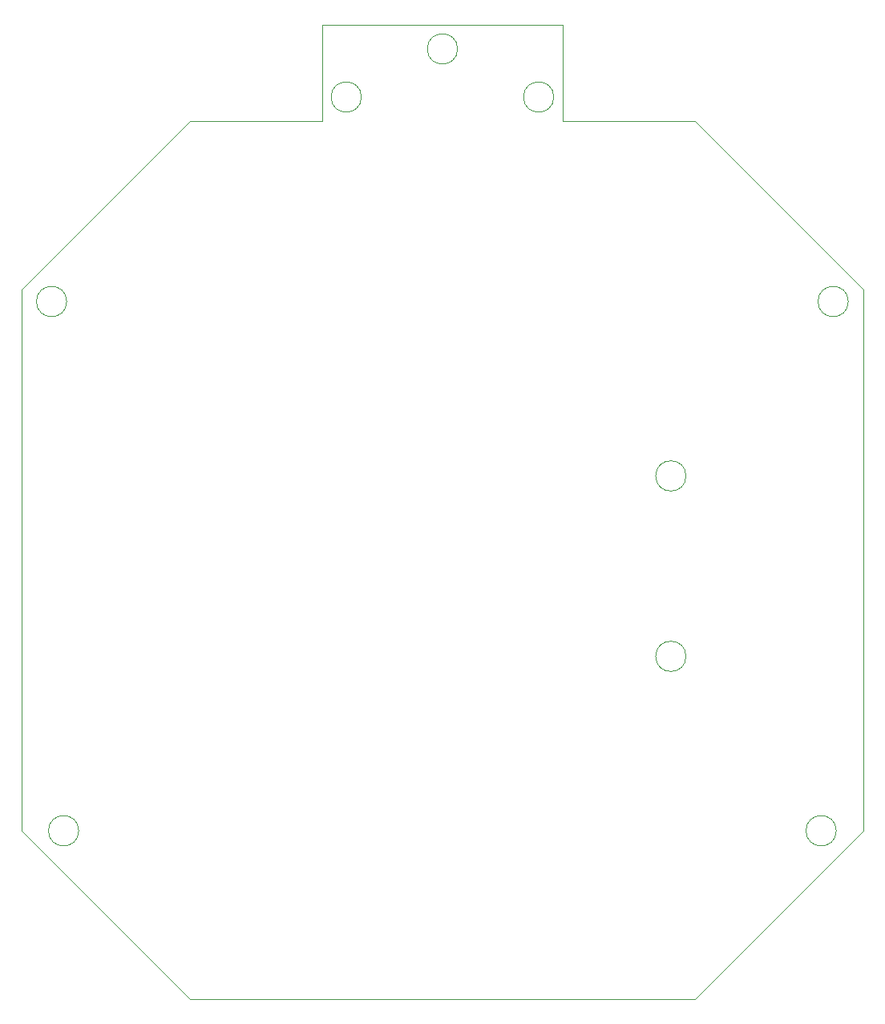
<source format=gbr>
%TF.GenerationSoftware,KiCad,Pcbnew,7.0.7*%
%TF.CreationDate,2023-12-08T08:50:08+07:00*%
%TF.ProjectId,schem,73636865-6d2e-46b6-9963-61645f706362,rev?*%
%TF.SameCoordinates,Original*%
%TF.FileFunction,Profile,NP*%
%FSLAX46Y46*%
G04 Gerber Fmt 4.6, Leading zero omitted, Abs format (unit mm)*
G04 Created by KiCad (PCBNEW 7.0.7) date 2023-12-08 08:50:08*
%MOMM*%
%LPD*%
G01*
G04 APERTURE LIST*
%TA.AperFunction,Profile*%
%ADD10C,0.100000*%
%TD*%
G04 APERTURE END LIST*
D10*
X157175000Y-85090000D02*
G75*
G03*
X157175000Y-85090000I-1600000J0D01*
G01*
X74625000Y-85090000D02*
G75*
G03*
X74625000Y-85090000I-1600000J0D01*
G01*
X140030000Y-103505000D02*
G75*
G03*
X140030000Y-103505000I-1600000J0D01*
G01*
X126060000Y-63500000D02*
G75*
G03*
X126060000Y-63500000I-1600000J0D01*
G01*
X105740000Y-63500000D02*
G75*
G03*
X105740000Y-63500000I-1600000J0D01*
G01*
X140030000Y-122555000D02*
G75*
G03*
X140030000Y-122555000I-1600000J0D01*
G01*
X127000000Y-66040000D02*
X140970000Y-66040000D01*
X158750000Y-83820000D01*
X158750000Y-140970000D01*
X140970000Y-158750000D01*
X87630000Y-158750000D01*
X69850000Y-140970000D01*
X69850000Y-83820000D01*
X87630000Y-66040000D01*
X101600000Y-66040000D01*
X101600000Y-55880000D01*
X127000000Y-55880000D01*
X127000000Y-66040000D01*
X115900000Y-58420000D02*
G75*
G03*
X115900000Y-58420000I-1600000J0D01*
G01*
X75895000Y-140970000D02*
G75*
G03*
X75895000Y-140970000I-1600000J0D01*
G01*
X155905000Y-140970000D02*
G75*
G03*
X155905000Y-140970000I-1600000J0D01*
G01*
M02*

</source>
